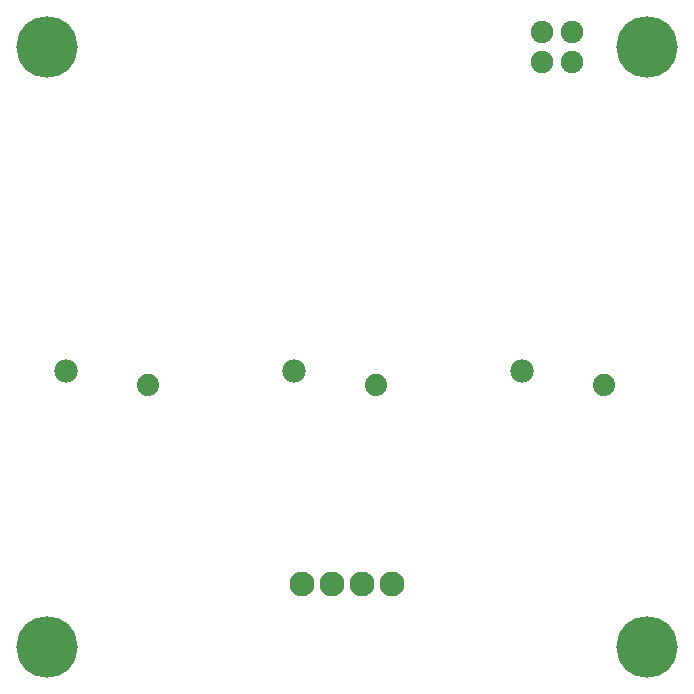
<source format=gbs>
G04 Layer: BottomSolderMaskLayer*
G04 Panelize: , Column: 2, Row: 2, Board Size: 58.42mm x 58.42mm, Panelized Board Size: 118.84mm x 118.84mm*
G04 EasyEDA v6.5.34, 2023-09-08 22:49:06*
G04 bc0c5e472efd4090a79f80cef72532b0,5a6b42c53f6a479593ecc07194224c93,10*
G04 Gerber Generator version 0.2*
G04 Scale: 100 percent, Rotated: No, Reflected: No *
G04 Dimensions in millimeters *
G04 leading zeros omitted , absolute positions ,4 integer and 5 decimal *
%FSLAX45Y45*%
%MOMM*%

%ADD10C,1.9812*%
%ADD11C,1.8796*%
%ADD12C,5.2032*%
%ADD13C,2.1016*%
%ADD14C,1.9016*%

%LPD*%
D10*
G01*
X4401413Y2715005D03*
D11*
G01*
X5091404Y2594990D03*
D10*
G01*
X2471013Y2715005D03*
D11*
G01*
X3161004Y2594990D03*
D10*
G01*
X540613Y2715005D03*
D11*
G01*
X1230604Y2594990D03*
D12*
G01*
X381000Y5461000D03*
G01*
X5461000Y5461000D03*
G01*
X5461000Y381000D03*
G01*
X381000Y381000D03*
D13*
G01*
X3048000Y914400D03*
G01*
X2794000Y914400D03*
G01*
X2540000Y914400D03*
G01*
X3302000Y914400D03*
D14*
G01*
X4572000Y5588000D03*
G01*
X4572000Y5334000D03*
G01*
X4826000Y5334000D03*
G01*
X4826000Y5588000D03*
M02*

</source>
